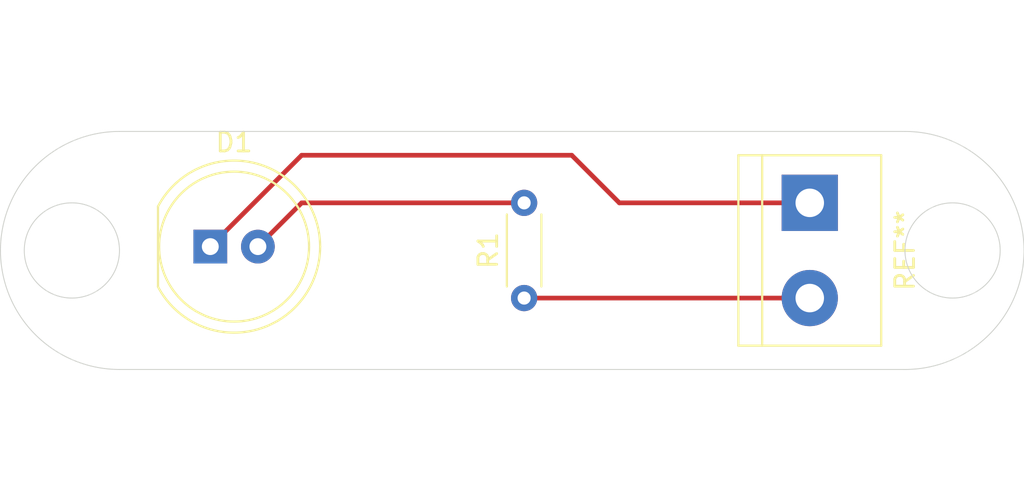
<source format=kicad_pcb>
(kicad_pcb (version 20171130) (host pcbnew "(5.1.9)-1")

  (general
    (thickness 1.6)
    (drawings 8)
    (tracks 7)
    (zones 0)
    (modules 3)
    (nets 4)
  )

  (page A4)
  (title_block
    (title "A really simply PCB")
    (date 2021-12-26)
    (rev 1)
    (comment 1 "Design by Michael Ly")
  )

  (layers
    (0 F.Cu signal)
    (31 B.Cu signal)
    (32 B.Adhes user)
    (33 F.Adhes user)
    (34 B.Paste user)
    (35 F.Paste user)
    (36 B.SilkS user)
    (37 F.SilkS user)
    (38 B.Mask user)
    (39 F.Mask user)
    (40 Dwgs.User user)
    (41 Cmts.User user)
    (42 Eco1.User user)
    (43 Eco2.User user)
    (44 Edge.Cuts user)
    (45 Margin user)
    (46 B.CrtYd user)
    (47 F.CrtYd user)
    (48 B.Fab user)
    (49 F.Fab user)
  )

  (setup
    (last_trace_width 0.25)
    (trace_clearance 0.2)
    (zone_clearance 0.508)
    (zone_45_only no)
    (trace_min 0.2)
    (via_size 0.8)
    (via_drill 0.4)
    (via_min_size 0.4)
    (via_min_drill 0.3)
    (uvia_size 0.3)
    (uvia_drill 0.1)
    (uvias_allowed no)
    (uvia_min_size 0.2)
    (uvia_min_drill 0.1)
    (edge_width 0.05)
    (segment_width 0.2)
    (pcb_text_width 0.3)
    (pcb_text_size 1.5 1.5)
    (mod_edge_width 0.12)
    (mod_text_size 1 1)
    (mod_text_width 0.15)
    (pad_size 2.5 2.5)
    (pad_drill 2.5)
    (pad_to_mask_clearance 0)
    (aux_axis_origin 0 0)
    (visible_elements FFFFFF7F)
    (pcbplotparams
      (layerselection 0x010fc_ffffffff)
      (usegerberextensions false)
      (usegerberattributes true)
      (usegerberadvancedattributes true)
      (creategerberjobfile true)
      (excludeedgelayer true)
      (linewidth 0.100000)
      (plotframeref false)
      (viasonmask false)
      (mode 1)
      (useauxorigin false)
      (hpglpennumber 1)
      (hpglpenspeed 20)
      (hpglpendiameter 15.000000)
      (psnegative false)
      (psa4output false)
      (plotreference true)
      (plotvalue true)
      (plotinvisibletext false)
      (padsonsilk false)
      (subtractmaskfromsilk false)
      (outputformat 1)
      (mirror false)
      (drillshape 1)
      (scaleselection 1)
      (outputdirectory ""))
  )

  (net 0 "")
  (net 1 GND)
  (net 2 "Net-(D1-Pad2)")
  (net 3 +5V)

  (net_class Default "This is the default net class."
    (clearance 0.2)
    (trace_width 0.25)
    (via_dia 0.8)
    (via_drill 0.4)
    (uvia_dia 0.3)
    (uvia_drill 0.1)
    (add_net +5V)
    (add_net GND)
    (add_net "Net-(D1-Pad2)")
  )

  (module TerminalBlock:TerminalBlock_bornier-2_P5.08mm (layer F.Cu) (tedit 59FF03AB) (tstamp 61C969CD)
    (at 172.72 96.52 270)
    (descr "simple 2-pin terminal block, pitch 5.08mm, revamped version of bornier2")
    (tags "terminal block bornier2")
    (fp_text reference REF** (at 2.54 -5.08 90) (layer F.SilkS)
      (effects (font (size 1 1) (thickness 0.15)))
    )
    (fp_text value TerminalBlock_bornier-2_P5.08mm (at 2.54 5.08 90) (layer F.Fab)
      (effects (font (size 1 1) (thickness 0.15)))
    )
    (fp_text user %R (at 2.54 0 90) (layer F.Fab)
      (effects (font (size 1 1) (thickness 0.15)))
    )
    (fp_line (start -2.41 2.55) (end 7.49 2.55) (layer F.Fab) (width 0.1))
    (fp_line (start -2.46 -3.75) (end -2.46 3.75) (layer F.Fab) (width 0.1))
    (fp_line (start -2.46 3.75) (end 7.54 3.75) (layer F.Fab) (width 0.1))
    (fp_line (start 7.54 3.75) (end 7.54 -3.75) (layer F.Fab) (width 0.1))
    (fp_line (start 7.54 -3.75) (end -2.46 -3.75) (layer F.Fab) (width 0.1))
    (fp_line (start 7.62 2.54) (end -2.54 2.54) (layer F.SilkS) (width 0.12))
    (fp_line (start 7.62 3.81) (end 7.62 -3.81) (layer F.SilkS) (width 0.12))
    (fp_line (start 7.62 -3.81) (end -2.54 -3.81) (layer F.SilkS) (width 0.12))
    (fp_line (start -2.54 -3.81) (end -2.54 3.81) (layer F.SilkS) (width 0.12))
    (fp_line (start -2.54 3.81) (end 7.62 3.81) (layer F.SilkS) (width 0.12))
    (fp_line (start -2.71 -4) (end 7.79 -4) (layer F.CrtYd) (width 0.05))
    (fp_line (start -2.71 -4) (end -2.71 4) (layer F.CrtYd) (width 0.05))
    (fp_line (start 7.79 4) (end 7.79 -4) (layer F.CrtYd) (width 0.05))
    (fp_line (start 7.79 4) (end -2.71 4) (layer F.CrtYd) (width 0.05))
    (pad 2 thru_hole circle (at 5.08 0 270) (size 3 3) (drill 1.52) (layers *.Cu *.Mask))
    (pad 1 thru_hole rect (at 0 0 270) (size 3 3) (drill 1.52) (layers *.Cu *.Mask))
    (model ${KISYS3DMOD}/TerminalBlock.3dshapes/TerminalBlock_bornier-2_P5.08mm.wrl
      (offset (xyz 2.539999961853027 0 0))
      (scale (xyz 1 1 1))
      (rotate (xyz 0 0 0))
    )
  )

  (module LED_THT:LED_D8.0mm (layer F.Cu) (tedit 587A3A7B) (tstamp 61C960DF)
    (at 140.735001 98.855001)
    (descr "LED, diameter 8.0mm, 2 pins, http://cdn-reichelt.de/documents/datenblatt/A500/LED8MMGE_LED8MMGN_LED8MMRT%23KIN.pdf")
    (tags "LED diameter 8.0mm 2 pins")
    (path /61C8F6C6)
    (fp_text reference D1 (at 1.27 -5.56) (layer F.SilkS)
      (effects (font (size 1 1) (thickness 0.15)))
    )
    (fp_text value LED (at 1.27 5.56) (layer F.Fab)
      (effects (font (size 1 1) (thickness 0.15)))
    )
    (fp_line (start 6.1 -4.85) (end -3.55 -4.85) (layer F.CrtYd) (width 0.05))
    (fp_line (start 6.1 4.85) (end 6.1 -4.85) (layer F.CrtYd) (width 0.05))
    (fp_line (start -3.55 4.85) (end 6.1 4.85) (layer F.CrtYd) (width 0.05))
    (fp_line (start -3.55 -4.85) (end -3.55 4.85) (layer F.CrtYd) (width 0.05))
    (fp_line (start -2.79 -2.142) (end -2.79 2.142) (layer F.SilkS) (width 0.12))
    (fp_line (start -2.73 -2.061553) (end -2.73 2.061553) (layer F.Fab) (width 0.1))
    (fp_circle (center 1.27 0) (end 5.27 0) (layer F.SilkS) (width 0.12))
    (fp_circle (center 1.27 0) (end 5.27 0) (layer F.Fab) (width 0.1))
    (fp_arc (start 1.27 0) (end -2.73 -2.061553) (angle 305.5) (layer F.Fab) (width 0.1))
    (fp_arc (start 1.27 0) (end -2.79 -2.141145) (angle 152.2) (layer F.SilkS) (width 0.12))
    (fp_arc (start 1.27 0) (end -2.79 2.141145) (angle -152.2) (layer F.SilkS) (width 0.12))
    (pad 1 thru_hole rect (at 0 0) (size 1.8 1.8) (drill 0.9) (layers *.Cu *.Mask)
      (net 1 GND))
    (pad 2 thru_hole circle (at 2.54 0) (size 1.8 1.8) (drill 0.9) (layers *.Cu *.Mask)
      (net 2 "Net-(D1-Pad2)"))
    (model ${KISYS3DMOD}/LED_THT.3dshapes/LED_D8.0mm.wrl
      (at (xyz 0 0 0))
      (scale (xyz 1 1 1))
      (rotate (xyz 0 0 0))
    )
  )

  (module Resistor_THT:R_Axial_DIN0204_L3.6mm_D1.6mm_P5.08mm_Horizontal (layer F.Cu) (tedit 5AE5139B) (tstamp 61C960AB)
    (at 157.48 101.6 90)
    (descr "Resistor, Axial_DIN0204 series, Axial, Horizontal, pin pitch=5.08mm, 0.167W, length*diameter=3.6*1.6mm^2, http://cdn-reichelt.de/documents/datenblatt/B400/1_4W%23YAG.pdf")
    (tags "Resistor Axial_DIN0204 series Axial Horizontal pin pitch 5.08mm 0.167W length 3.6mm diameter 1.6mm")
    (path /61C91682)
    (fp_text reference R1 (at 2.54 -1.92 90) (layer F.SilkS)
      (effects (font (size 1 1) (thickness 0.15)))
    )
    (fp_text value R (at 2.54 1.92 90) (layer F.Fab)
      (effects (font (size 1 1) (thickness 0.15)))
    )
    (fp_line (start 6.03 -1.05) (end -0.95 -1.05) (layer F.CrtYd) (width 0.05))
    (fp_line (start 6.03 1.05) (end 6.03 -1.05) (layer F.CrtYd) (width 0.05))
    (fp_line (start -0.95 1.05) (end 6.03 1.05) (layer F.CrtYd) (width 0.05))
    (fp_line (start -0.95 -1.05) (end -0.95 1.05) (layer F.CrtYd) (width 0.05))
    (fp_line (start 0.62 0.92) (end 4.46 0.92) (layer F.SilkS) (width 0.12))
    (fp_line (start 0.62 -0.92) (end 4.46 -0.92) (layer F.SilkS) (width 0.12))
    (fp_line (start 5.08 0) (end 4.34 0) (layer F.Fab) (width 0.1))
    (fp_line (start 0 0) (end 0.74 0) (layer F.Fab) (width 0.1))
    (fp_line (start 4.34 -0.8) (end 0.74 -0.8) (layer F.Fab) (width 0.1))
    (fp_line (start 4.34 0.8) (end 4.34 -0.8) (layer F.Fab) (width 0.1))
    (fp_line (start 0.74 0.8) (end 4.34 0.8) (layer F.Fab) (width 0.1))
    (fp_line (start 0.74 -0.8) (end 0.74 0.8) (layer F.Fab) (width 0.1))
    (fp_text user %R (at 2.54 0 90) (layer F.Fab)
      (effects (font (size 0.72 0.72) (thickness 0.108)))
    )
    (pad 1 thru_hole circle (at 0 0 90) (size 1.4 1.4) (drill 0.7) (layers *.Cu *.Mask)
      (net 3 +5V))
    (pad 2 thru_hole oval (at 5.08 0 90) (size 1.4 1.4) (drill 0.7) (layers *.Cu *.Mask)
      (net 2 "Net-(D1-Pad2)"))
    (model ${KISYS3DMOD}/Resistor_THT.3dshapes/R_Axial_DIN0204_L3.6mm_D1.6mm_P5.08mm_Horizontal.wrl
      (at (xyz 0 0 0))
      (scale (xyz 1 1 1))
      (rotate (xyz 0 0 0))
    )
  )

  (gr_circle (center 180.34 99.06) (end 182.88 99.06) (layer Edge.Cuts) (width 0.05))
  (gr_circle (center 133.35 99.06) (end 135.89 99.06) (layer Edge.Cuts) (width 0.05))
  (gr_arc (start 135.89 99.06) (end 135.89 105.41) (angle 90) (layer Edge.Cuts) (width 0.05))
  (gr_arc (start 135.89 99.06) (end 129.54 99.06) (angle 90) (layer Edge.Cuts) (width 0.05))
  (gr_arc (start 177.8 99.06) (end 184.15 99.06) (angle 90) (layer Edge.Cuts) (width 0.05))
  (gr_arc (start 177.8 99.06) (end 177.8 92.71) (angle 90) (layer Edge.Cuts) (width 0.05))
  (gr_line (start 135.89 105.41) (end 177.8 105.41) (angle 90) (layer Edge.Cuts) (width 0.05))
  (gr_line (start 177.8 92.71) (end 135.89 92.71) (angle 90) (layer Edge.Cuts) (width 0.05))

  (segment (start 173.355 96.52) (end 162.56 96.52) (width 0.25) (layer F.Cu) (net 1) (status 400000))
  (segment (start 145.610002 93.98) (end 140.735001 98.855001) (width 0.25) (layer F.Cu) (net 1) (tstamp 61C96A51) (status 800000))
  (segment (start 160.02 93.98) (end 145.610002 93.98) (width 0.25) (layer F.Cu) (net 1) (tstamp 61C96A4F))
  (segment (start 162.56 96.52) (end 160.02 93.98) (width 0.25) (layer F.Cu) (net 1) (tstamp 61C96A4D))
  (segment (start 145.610002 96.52) (end 143.275001 98.855001) (width 0.25) (layer F.Cu) (net 2))
  (segment (start 157.48 96.52) (end 145.610002 96.52) (width 0.25) (layer F.Cu) (net 2))
  (segment (start 157.48 101.6) (end 173.355 101.6) (width 0.25) (layer F.Cu) (net 3) (status C00000))

)

</source>
